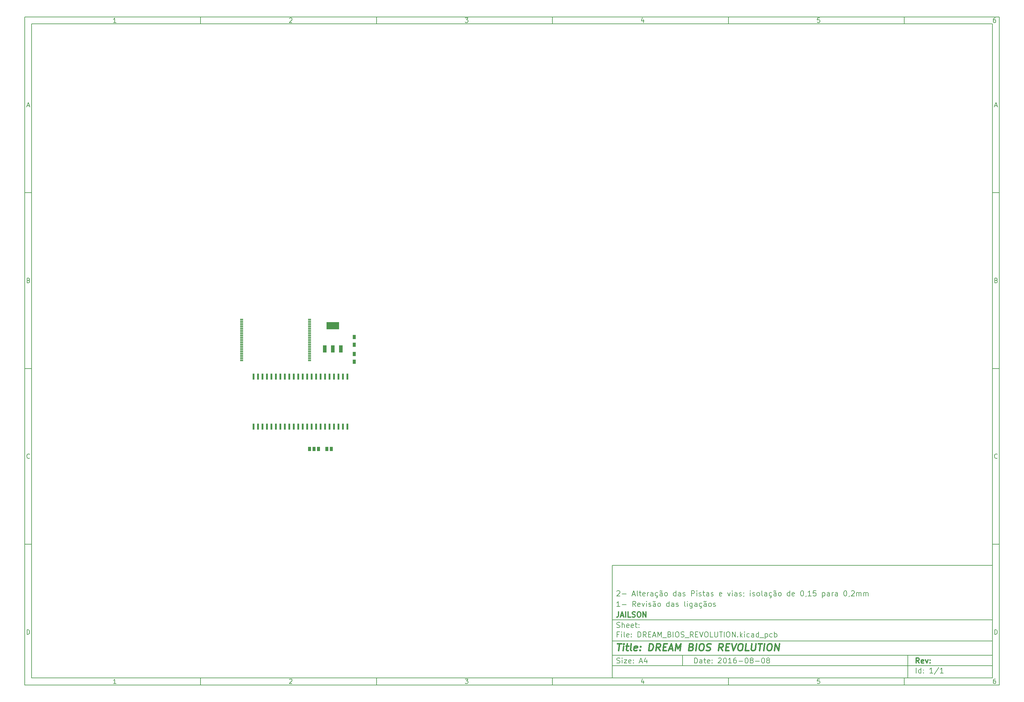
<source format=gbr>
G04 Output by CAMMaster V11.2.74  PentaLogix*
G04 Tue Aug 09 11:47:32 2016*
%FSLAX25Y25*%
%MOIN*%
%IPPOS*%
%ADD11C,0.005906*%
%ADD12C,0.011811*%
%ADD13C,0.015748*%
%ADD15R,0.019685X0.070866*%
%ADD117R,0.038X0.05*%
%ADD118R,0.035433X0.011811*%
%ADD119R,0.035433X0.047244*%
%ADD120R,0.144X0.08*%
%ADD121R,0.04X0.08*%

%LPD*%
X0Y0D2*D11*G1X1027568Y-753965D2*Y-779556D1*X775599Y-753965D2*Y-765776D1*X983136Y-687739D2*Y-684646D1*X982855Y-684083*X982292Y-683802*X981448*X980886Y-684083*X980605Y-684646*Y-687739D2*Y-684646D1*X980324Y-684083*X979761Y-683802*X978918*X978355Y-684083*X978074Y-684365*Y-687739D2*Y-683802D1*X975262Y-687739D2*Y-684646D1*X974981Y-684083*X974418Y-683802*X973574*X973012Y-684083*X972731Y-684646*Y-687739D2*Y-684646D1*X972450Y-684083*X971887Y-683802*X971044*X970481Y-684083*X970200Y-684365*Y-687739D2*Y-683802D1*X967669Y-687739D2*X964013D1*X967388Y-684365*X967669Y-683521*Y-682959*X967388Y-682396*X967107Y-682115*X966544Y-681834*X965138*X964576Y-682115*X964294Y-682396*X961482Y-688583D2*X961763Y-688302D1*X962045Y-687739*Y-687458*X957264Y-681834D2*X956702Y-682115D1*X956420Y-682396*X956139Y-682959*X955858Y-684083*Y-685490*X956139Y-686614*X956420Y-687177*X956702Y-687458*X957264Y-687739*X957826*X958389Y-687458*X958670Y-687177*X958951Y-686614*X959233Y-685490*Y-684083*X958951Y-682959*X958670Y-682396*X958389Y-682115*X957826Y-681834*X957264*X948828Y-685208D2*X948265Y-685490D1*X946859*X946297Y-685771*X946015Y-686333*Y-686896*X946297Y-687458*X946859Y-687739*X948265*X948828Y-687458*X946297Y-684083D2*X946859Y-683802D1*X947984*X948546Y-684083*X948828Y-684646*Y-687739*X944328Y-683802D2*X943766D1*X943203Y-684083*X942922Y-684365*X942641Y-684927*Y-687739D2*Y-683802D1*X939829Y-685208D2*X939266Y-685490D1*X937860*X937298Y-685771*X937017Y-686333*Y-686896*X937298Y-687458*X937860Y-687739*X939266*X939829Y-687458*X937298Y-684083D2*X937860Y-683802D1*X938985*X939547Y-684083*X939829Y-684646*Y-687739*X931955Y-687458D2*X932517Y-687739D1*X933642*X934204Y-687458*X934486Y-687177*X934767Y-686614*Y-684927*X934486Y-684365*X934204Y-684083*X933642Y-683802*X932517*X931955Y-684083*Y-683802D2*Y-689708D1*X921550Y-687177D2*X921831Y-687458D1*X922393Y-687739*X923799*X924362Y-687458*X924643Y-687177*X924924Y-686614*Y-685208*X924643Y-684646*X924362Y-684365*X923799Y-684083*X922393*X921831Y-684365*X921550Y-684646*X921831Y-681834*X924643*X915925Y-683521D2*X916488Y-683240D1*X917050Y-682677*X917613Y-681834*Y-687739*X919300D2*X915925D1*X913113Y-688583D2*X913394Y-688302D1*X913676Y-687739*Y-687458*X908895Y-681834D2*X908333Y-682115D1*X908051Y-682396*X907770Y-682959*X907489Y-684083*Y-685490*X907770Y-686614*X908051Y-687177*X908333Y-687458*X908895Y-687739*X909457*X910020Y-687458*X910301Y-687177*X910582Y-686614*X910864Y-685490*Y-684083*X910582Y-682959*X910301Y-682396*X910020Y-682115*X909457Y-681834*X908895*X897928Y-685771D2*X900740Y-685208D1*Y-684646*X900459Y-684083*X899896Y-683802*X898771*X898209Y-684083*X897928Y-684646*Y-686896*X898209Y-687458*X898771Y-687739*X899896*X900459Y-687458*X895397Y-684083D2*X894834Y-683802D1*X893709*X893147Y-684083*X892866Y-684365*X892585Y-684927*Y-686614*X892866Y-687177*X893147Y-687458*X893709Y-687739*X894834*X895397Y-687458*Y-687739D2*Y-681834D1*X883867Y-687739D2*X884711D1*X885273Y-687458*X885554Y-687177*X885835Y-686614*Y-684927*X885554Y-684365*X885273Y-684083*X884711Y-683802*X883867*X883304Y-684083*X883023Y-684365*X882742Y-684927*Y-686614*X883023Y-687177*X883304Y-687458*X883867Y-687739*X880211Y-681834D2*X879930Y-682115D1*X879367Y-682396*X878243Y-681834*X877680Y-682115*X877399Y-682396*X880211Y-685208D2*X879649Y-685490D1*X878243*X877680Y-685771*X877399Y-686333*Y-686896*X877680Y-687458*X878243Y-687739*X879649*X880211Y-687458*X877680Y-684083D2*X878243Y-683802D1*X879367*X879930Y-684083*X880211Y-684646*Y-687739*X873181Y-689708D2*X874024D1*X874587Y-689427*X874868Y-688864*X874587Y-688302*X874024Y-688020*X875149Y-684083D2*X874587Y-683802D1*X873462*X872900Y-684083*X872618Y-684365*X872337Y-684927*Y-686614*X872618Y-687177*X872900Y-687458*X873462Y-687739*X874587*X875149Y-687458*X869806Y-685208D2*X869244Y-685490D1*X867838*X867275Y-685771*X866994Y-686333*Y-686896*X867275Y-687458*X867838Y-687739*X869244*X869806Y-687458*X867275Y-684083D2*X867838Y-683802D1*X868963*X869525Y-684083*X869806Y-684646*Y-687739*X864182Y-681834D2*Y-686896D1*X864463Y-687458*X865026Y-687739*X859682D2*X860526D1*X861089Y-687458*X861370Y-687177*X861651Y-686614*Y-684927*X861370Y-684365*X861089Y-684083*X860526Y-683802*X859682*X859120Y-684083*X858839Y-684365*X858558Y-684927*Y-686614*X858839Y-687177*X859120Y-687458*X859682Y-687739*X856027Y-684083D2*X855464Y-683802D1*X854621*X854058Y-684083*X853777Y-684646*Y-684927*X854058Y-685490*X854621Y-685771*X855464*X856027Y-686052*X856308Y-686614*Y-686896*X856027Y-687458*X855464Y-687739*X854339*X853777Y-687458*X851246Y-682396D2*Y-681834D1*X851527Y-682115*X851246Y-682396*X850965Y-682115*X851246Y-681834*Y-687739D2*Y-683802D1*X843934Y-684646D2*Y-684083D1*X843653Y-684365*X843934Y-684646*X844216Y-684365*X843934Y-684083*X843653Y-688583D2*X843934Y-688302D1*X844216Y-687739*Y-687458*X841122Y-684083D2*X840560Y-683802D1*X839716*X839154Y-684083*X838873Y-684646*Y-684927*X839154Y-685490*X839716Y-685771*X840560*X841122Y-686052*X841403Y-686614*Y-686896*X841122Y-687458*X840560Y-687739*X839435*X838873Y-687458*X836342Y-685208D2*X835779Y-685490D1*X834373*X833811Y-685771*X833529Y-686333*Y-686896*X833811Y-687458*X834373Y-687739*X835779*X836342Y-687458*X833811Y-684083D2*X834373Y-683802D1*X835498*X836060Y-684083*X836342Y-684646*Y-687739*X830999Y-682396D2*Y-681834D1*X831280Y-682115*X830999Y-682396*X830717Y-682115*X830999Y-681834*Y-687739D2*Y-683802D1*X828749D2*X827343Y-687739D1*X825937Y-683802*X816657Y-685771D2*X819469Y-685208D1*Y-684646*X819188Y-684083*X818625Y-683802*X817500*X816938Y-684083*X816657Y-684646*Y-686896*X816938Y-687458*X817500Y-687739*X818625*X819188Y-687458*X809626Y-684083D2*X809064Y-683802D1*X808220*X807658Y-684083*X807376Y-684646*Y-684927*X807658Y-685490*X808220Y-685771*X809064*X809626Y-686052*X809907Y-686614*Y-686896*X809626Y-687458*X809064Y-687739*X807939*X807376Y-687458*X804846Y-685208D2*X804283Y-685490D1*X802877*X802315Y-685771*X802033Y-686333*Y-686896*X802315Y-687458*X802877Y-687739*X804283*X804846Y-687458*X802315Y-684083D2*X802877Y-683802D1*X804002*X804564Y-684083*X804846Y-684646*Y-687739*X800346D2*X799784D1*X799221Y-687458*X798940Y-686896*Y-681834*X798096Y-683802D2*X800346D1*X796128Y-684083D2*X795565Y-683802D1*X794722*X794159Y-684083*X793878Y-684646*Y-684927*X794159Y-685490*X794722Y-685771*X795565*X796128Y-686052*X796409Y-686614*Y-686896*X796128Y-687458*X795565Y-687739*X794441*X793878Y-687458*X791347Y-682396D2*Y-681834D1*X791628Y-682115*X791347Y-682396*X791066Y-682115*X791347Y-681834*Y-687739D2*Y-683802D1*X785442Y-684927D2*X787691D1*X788254Y-684646*X788535Y-684365*X788816Y-683802*Y-682959*X788535Y-682396*X788254Y-682115*X787691Y-681834*X785442*Y-687739*X778130Y-684083D2*X777568Y-683802D1*X776724*X776162Y-684083*X775880Y-684646*Y-684927*X776162Y-685490*X776724Y-685771*X777568*X778130Y-686052*X778411Y-686614*Y-686896*X778130Y-687458*X777568Y-687739*X776443*X775880Y-687458*X773349Y-685208D2*X772787Y-685490D1*X771381*X770819Y-685771*X770537Y-686333*Y-686896*X770819Y-687458*X771381Y-687739*X772787*X773349Y-687458*X770819Y-684083D2*X771381Y-683802D1*X772506*X773068Y-684083*X773349Y-684646*Y-687739*X768006Y-684083D2*X767444Y-683802D1*X766319*X765757Y-684083*X765475Y-684365*X765194Y-684927*Y-686614*X765475Y-687177*X765757Y-687458*X766319Y-687739*X767444*X768006Y-687458*Y-687739D2*Y-681834D1*X756477Y-687739D2*X757320D1*X757883Y-687458*X758164Y-687177*X758445Y-686614*Y-684927*X758164Y-684365*X757883Y-684083*X757320Y-683802*X756477*X755914Y-684083*X755633Y-684365*X755352Y-684927*Y-686614*X755633Y-687177*X755914Y-687458*X756477Y-687739*X752821Y-681834D2*X752540Y-682115D1*X751977Y-682396*X750852Y-681834*X750290Y-682115*X750009Y-682396*X752821Y-685208D2*X752258Y-685490D1*X750852*X750290Y-685771*X750009Y-686333*Y-686896*X750290Y-687458*X750852Y-687739*X752258*X752821Y-687458*X750290Y-684083D2*X750852Y-683802D1*X751977*X752540Y-684083*X752821Y-684646*Y-687739*X745790Y-689708D2*X746634D1*X747196Y-689427*X747478Y-688864*X747196Y-688302*X746634Y-688020*X747759Y-684083D2*X747196Y-683802D1*X746072*X745509Y-684083*X745228Y-684365*X744947Y-684927*Y-686614*X745228Y-687177*X745509Y-687458*X746072Y-687739*X747196*X747759Y-687458*X742416Y-685208D2*X741853Y-685490D1*X740447*X739885Y-685771*X739604Y-686333*Y-686896*X739885Y-687458*X740447Y-687739*X741853*X742416Y-687458*X739885Y-684083D2*X740447Y-683802D1*X741572*X742135Y-684083*X742416Y-684646*Y-687739*X737916Y-683802D2*X737354D1*X736792Y-684083*X736510Y-684365*X736229Y-684927*Y-687739D2*Y-683802D1*X730886Y-685771D2*X733698Y-685208D1*Y-684646*X733417Y-684083*X732855Y-683802*X731730*X731167Y-684083*X730886Y-684646*Y-686896*X731167Y-687458*X731730Y-687739*X732855*X733417Y-687458*X729199Y-687739D2*X728636D1*X728074Y-687458*X727793Y-686896*Y-681834*X726949Y-683802D2*X729199D1*X724699Y-681834D2*Y-686896D1*X724981Y-687458*X725543Y-687739*X722731D2*X720762Y-681834D1*X718794Y-687739*X719356Y-686052D2*X722168D1*X707826Y-685490D2*X712326D1*X705296Y-687739D2*X701640D1*X705014Y-684365*X705296Y-683521*Y-682959*X705014Y-682396*X704733Y-682115*X704171Y-681834*X702765*X702202Y-682115*X701921Y-682396*X812157Y-695894D2*X811595Y-695613D1*X810751*X810189Y-695894*X809907Y-696457*Y-696738*X810189Y-697301*X810751Y-697582*X811595*X812157Y-697863*X812438Y-698425*Y-698707*X812157Y-699269*X811595Y-699550*X810470*X809907Y-699269*X805689Y-699550D2*X806533D1*X807095Y-699269*X807376Y-698988*X807658Y-698425*Y-696738*X807376Y-696176*X807095Y-695894*X806533Y-695613*X805689*X805127Y-695894*X804846Y-696176*X804564Y-696738*Y-698425*X804846Y-698988*X805127Y-699269*X805689Y-699550*X802033Y-693645D2*X801752Y-693926D1*X801190Y-694207*X800065Y-693645*X799502Y-693926*X799221Y-694207*X802033Y-697019D2*X801471Y-697301D1*X800065*X799502Y-697582*X799221Y-698144*Y-698707*X799502Y-699269*X800065Y-699550*X801471*X802033Y-699269*X799502Y-695894D2*X800065Y-695613D1*X801190*X801752Y-695894*X802033Y-696457*Y-699550*X795003Y-701519D2*X795847D1*X796409Y-701238*X796690Y-700675*X796409Y-700113*X795847Y-699831*X796972Y-695894D2*X796409Y-695613D1*X795284*X794722Y-695894*X794441Y-696176*X794159Y-696738*Y-698425*X794441Y-698988*X794722Y-699269*X795284Y-699550*X796409*X796972Y-699269*X791628Y-697019D2*X791066Y-697301D1*X789660*X789098Y-697582*X788816Y-698144*Y-698707*X789098Y-699269*X789660Y-699550*X791066*X791628Y-699269*X789098Y-695894D2*X789660Y-695613D1*X790785*X791347Y-695894*X791628Y-696457*Y-699550*X786285Y-695894D2*X785723Y-695613D1*X784598*X784036Y-695894*X783754Y-696176*X783473Y-696738*Y-698425*X783754Y-698988*X784036Y-699269*X784598Y-699550*X785723*X786285Y-699269*X783754Y-701238D2*X784317Y-701519D1*X785161*X785723Y-701238*X786004Y-700956*X786285Y-700394*Y-695613*X780942Y-694207D2*Y-693645D1*X781224Y-693926*X780942Y-694207*X780661Y-693926*X780942Y-693645*Y-699550D2*Y-695613D1*X777849Y-693645D2*Y-698707D1*X778130Y-699269*X778693Y-699550*X770537Y-695894D2*X769975Y-695613D1*X769131*X768569Y-695894*X768288Y-696457*Y-696738*X768569Y-697301*X769131Y-697582*X769975*X770537Y-697863*X770819Y-698425*Y-698707*X770537Y-699269*X769975Y-699550*X768850*X768288Y-699269*X765757Y-697019D2*X765194Y-697301D1*X763788*X763226Y-697582*X762945Y-698144*Y-698707*X763226Y-699269*X763788Y-699550*X765194*X765757Y-699269*X763226Y-695894D2*X763788Y-695613D1*X764913*X765475Y-695894*X765757Y-696457*Y-699550*X760414Y-695894D2*X759851Y-695613D1*X758726*X758164Y-695894*X757883Y-696176*X757601Y-696738*Y-698425*X757883Y-698988*X758164Y-699269*X758726Y-699550*X759851*X760414Y-699269*Y-699550D2*Y-693645D1*X748884Y-699550D2*X749727D1*X750290Y-699269*X750571Y-698988*X750852Y-698425*Y-696738*X750571Y-696176*X750290Y-695894*X749727Y-695613*X748884*X748321Y-695894*X748040Y-696176*X747759Y-696738*Y-698425*X748040Y-698988*X748321Y-699269*X748884Y-699550*X745228Y-693645D2*X744947Y-693926D1*X744384Y-694207*X743259Y-693645*X742697Y-693926*X742416Y-694207*X745228Y-697019D2*X744666Y-697301D1*X743259*X742697Y-697582*X742416Y-698144*Y-698707*X742697Y-699269*X743259Y-699550*X744666*X745228Y-699269*X742697Y-695894D2*X743259Y-695613D1*X744384*X744947Y-695894*X745228Y-696457*Y-699550*X739885Y-695894D2*X739322Y-695613D1*X738479*X737916Y-695894*X737635Y-696457*Y-696738*X737916Y-697301*X738479Y-697582*X739322*X739885Y-697863*X740166Y-698425*Y-698707*X739885Y-699269*X739322Y-699550*X738198*X737635Y-699269*X735104Y-694207D2*Y-693645D1*X735385Y-693926*X735104Y-694207*X734823Y-693926*X735104Y-693645*Y-699550D2*Y-695613D1*X732855D2*X731448Y-699550D1*X730042Y-695613*X725262Y-697582D2*X728074Y-697019D1*Y-696457*X727793Y-695894*X727230Y-695613*X726105*X725543Y-695894*X725262Y-696457*Y-698707*X725543Y-699269*X726105Y-699550*X727230*X727793Y-699269*X719637Y-696738D2*X721887D1*X722450Y-696457*X722731Y-696176*X723012Y-695613*Y-694770*X722731Y-694207*X722450Y-693926*X721887Y-693645*X719637*Y-699550*X723012D2*X721044Y-696738D1*X707826Y-697301D2*X712326D1*X701921Y-695332D2*X702483Y-695051D1*X703046Y-694488*X703608Y-693645*Y-699550*X705296D2*X701921D1*X726668Y-720079D2*Y-719517D1*X726387Y-719798*X726668Y-720079*X726949Y-719798*X726668Y-719517*Y-723172D2*Y-722610D1*X726387Y-722891*X726668Y-723172*X726949Y-722891*X726668Y-722610*X724699Y-723172D2*X724137D1*X723574Y-722891*X723293Y-722329*Y-717267*X722450Y-719235D2*X724699D1*X717950Y-721204D2*X720762Y-720641D1*Y-720079*X720481Y-719517*X719919Y-719235*X718794*X718231Y-719517*X717950Y-720079*Y-722329*X718231Y-722891*X718794Y-723172*X719919*X720481Y-722891*X712888Y-721204D2*X715700Y-720641D1*Y-720079*X715419Y-719517*X714857Y-719235*X713732*X713170Y-719517*X712888Y-720079*Y-722329*X713170Y-722891*X713732Y-723172*X714857*X715419Y-722891*X707826Y-719798D2*X708108Y-719517D1*X708670Y-719235*X709514*X710076Y-719517*X710357Y-720079*Y-723172*X707826D2*Y-717267D1*X705296Y-717548D2*X704452Y-717267D1*X703046*X702483Y-717548*X702202Y-717829*X701921Y-718392*Y-718954*X702202Y-719517*X702483Y-719798*X703046Y-720079*X704171Y-720360*X704733Y-720641*X705014Y-720923*X705296Y-721485*Y-722047*X705014Y-722610*X704733Y-722891*X704171Y-723172*X702765*X701921Y-722891*X696859Y-714595D2*X1122056D1*X878243Y-733521D2*X878805Y-733802D1*X879930*X880492Y-733521*X880774Y-733240*X881055Y-732677*Y-730990*X880774Y-730428*X880492Y-730146*X879930Y-729865*X878805*X878243Y-730146*Y-733802D2*Y-727897D1*X875712Y-730146D2*X875149Y-729865D1*X874024*X873462Y-730146*X873181Y-730428*X872900Y-730990*Y-732677*X873181Y-733240*X873462Y-733521*X874024Y-733802*X875149*X875712Y-733521*X867838D2*X868400Y-733802D1*X869525*X870087Y-733521*X870369Y-733240*X870650Y-732677*Y-730990*X870369Y-730428*X870087Y-730146*X869525Y-729865*X868400*X867838Y-730146*Y-729865D2*Y-735771D1*X861932Y-734365D2*X866432D1*X860526Y-730146D2*X859964Y-729865D1*X858839*X858276Y-730146*X857995Y-730428*X857714Y-730990*Y-732677*X857995Y-733240*X858276Y-733521*X858839Y-733802*X859964*X860526Y-733521*Y-733802D2*Y-727897D1*X855183Y-731271D2*X854621Y-731553D1*X853215*X852652Y-731834*X852371Y-732396*Y-732959*X852652Y-733521*X853215Y-733802*X854621*X855183Y-733521*X852652Y-730146D2*X853215Y-729865D1*X854339*X854902Y-730146*X855183Y-730709*Y-733802*X850121Y-730146D2*X849559Y-729865D1*X848434*X847871Y-730146*X847590Y-730428*X847309Y-730990*Y-732677*X847590Y-733240*X847871Y-733521*X848434Y-733802*X849559*X850121Y-733521*X844778Y-728459D2*Y-727897D1*X845059Y-728178*X844778Y-728459*X844497Y-728178*X844778Y-727897*Y-733802D2*Y-729865D1*X842247D2*X839997Y-732115D1*X840560Y-731553D2*X842247Y-733802D1*X839997D2*Y-727897D1*X837185Y-733802D2*Y-733240D1*X836904Y-733521*X837185Y-733802*X837466Y-733521*X837185Y-733240*X834373Y-727897D2*Y-733802D1*X830999Y-727897*Y-733802*X825937Y-727897D2*X825374Y-728178D1*X824812Y-728740*X824531Y-729865*Y-731834*X824812Y-732959*X825374Y-733521*X825937Y-733802*X827062*X827624Y-733521*X828186Y-732959*X828468Y-731834*Y-729865*X828186Y-728740*X827624Y-728178*X827062Y-727897*X825937*X822000Y-733802D2*Y-727897D1*X818344Y-733802D2*Y-727897D1*X816657D2*X820031D1*X814688D2*Y-732677D1*X814407Y-733240*X814126Y-733521*X813563Y-733802*X812438*X811876Y-733521*X811595Y-733240*X811314Y-732677*Y-727897*X806533D2*Y-733802D1*X809345*X801471Y-727897D2*X800909Y-728178D1*X800346Y-728740*X800065Y-729865*Y-731834*X800346Y-732959*X800909Y-733521*X801471Y-733802*X802596*X803158Y-733521*X803721Y-732959*X804002Y-731834*Y-729865*X803721Y-728740*X803158Y-728178*X802596Y-727897*X801471*X798378D2*X796409Y-733802D1*X794441Y-727897*X792753D2*X789941D1*Y-733802*X792753*X789941Y-730709D2*X791910D1*X784036Y-730990D2*X786285D1*X786848Y-730709*X787129Y-730428*X787410Y-729865*Y-729022*X787129Y-728459*X786848Y-728178*X786285Y-727897*X784036*Y-733802*X787410D2*X785442Y-730990D1*X778130Y-734365D2*X782630D1*X777005Y-728178D2*X776162Y-727897D1*X774756*X774193Y-728178*X773912Y-728459*X773631Y-729022*Y-729584*X773912Y-730146*X774193Y-730428*X774756Y-730709*X775880Y-730990*X776443Y-731271*X776724Y-731553*X777005Y-732115*Y-732677*X776724Y-733240*X776443Y-733521*X775880Y-733802*X774474*X773631Y-733521*X768850Y-727897D2*X768288Y-728178D1*X767725Y-728740*X767444Y-729865*Y-731834*X767725Y-732959*X768288Y-733521*X768850Y-733802*X769975*X770537Y-733521*X771100Y-732959*X771381Y-731834*Y-729865*X771100Y-728740*X770537Y-728178*X769975Y-727897*X768850*X764913Y-733802D2*Y-727897D1*X759008Y-730709D2*X760976D1*X761538Y-730428*X761820Y-730146*X762101Y-729584*Y-729022*X761820Y-728459*X761538Y-728178*X760976Y-727897*X759008*Y-733802*X761257*X761820Y-733521*X762101Y-733240*X762382Y-732677*Y-731834*X762101Y-731271*X761820Y-730990*X760976Y-730709*X753102Y-734365D2*X757601D1*X751696Y-733802D2*Y-727897D1*X749727Y-732115*X747759Y-727897*Y-733802*X745790D2*X743822Y-727897D1*X741853Y-733802*X742416Y-732115D2*X745228D1*X740166Y-727897D2*X737354D1*Y-733802*X740166*X737354Y-730709D2*X739322D1*X731448Y-730990D2*X733698D1*X734261Y-730709*X734542Y-730428*X734823Y-729865*Y-729022*X734542Y-728459*X734261Y-728178*X733698Y-727897*X731448*Y-733802*X734823D2*X732855Y-730990D1*X725543Y-733802D2*X726949D1*X727793Y-733521*X728355Y-732959*X728636Y-732396*X728918Y-731271*Y-730428*X728636Y-729303*X728355Y-728740*X727793Y-728178*X726949Y-727897*X725543*Y-733802*X718231Y-730709D2*Y-730146D1*X717950Y-730428*X718231Y-730709*X718513Y-730428*X718231Y-730146*Y-733802D2*Y-733240D1*X717950Y-733521*X718231Y-733802*X718513Y-733521*X718231Y-733240*X712888Y-731834D2*X715700Y-731271D1*Y-730709*X715419Y-730146*X714857Y-729865*X713732*X713170Y-730146*X712888Y-730709*Y-732959*X713170Y-733521*X713732Y-733802*X714857*X715419Y-733521*X710076Y-727897D2*Y-732959D1*X710357Y-733521*X710920Y-733802*X707264Y-728459D2*Y-727897D1*X707545Y-728178*X707264Y-728459*X706983Y-728178*X707264Y-727897*Y-733802D2*Y-729865D1*X705014Y-727897D2*X702202D1*Y-733802*X704171Y-730709D2*X702202D1*X696859Y-738217D2*X1122056D1*X1063844Y-769741D2*X1064407Y-769460D1*X1064969Y-768898*X1065532Y-768054*Y-773960*X1067219D2*X1063844D1*X1062157Y-767773D2*X1057095Y-775366D1*X1052033Y-769741D2*X1052596Y-769460D1*X1053158Y-768898*X1053721Y-768054*Y-773960*X1055408D2*X1052033D1*X1045003Y-770866D2*Y-770304D1*X1044722Y-770585*X1045003Y-770866*X1045284Y-770585*X1045003Y-770304*Y-773960D2*Y-773397D1*X1044722Y-773679*X1045003Y-773960*X1045284Y-773679*X1045003Y-773397*X1042191Y-770304D2*X1041628Y-770023D1*X1040504*X1039941Y-770304*X1039660Y-770585*X1039379Y-771148*Y-772835*X1039660Y-773397*X1039941Y-773679*X1040504Y-773960*X1041628*X1042191Y-773679*Y-773960D2*Y-768054D1*X1036848Y-773960D2*Y-768054D1*X736229Y-760968D2*X732573D1*X733979Y-756749*X735385Y-758999D2*Y-762936D1*X730886D2*X728918Y-757031D1*X726949Y-762936*X727511Y-761249D2*X730324D1*X720481Y-759843D2*Y-759280D1*X720200Y-759562*X720481Y-759843*X720762Y-759562*X720481Y-759280*Y-762936D2*Y-762374D1*X720200Y-762655*X720481Y-762936*X720762Y-762655*X720481Y-762374*X715138Y-760968D2*X717950Y-760405D1*Y-759843*X717669Y-759280*X717107Y-758999*X715982*X715419Y-759280*X715138Y-759843*Y-762092*X715419Y-762655*X715982Y-762936*X717107*X717669Y-762655*X713170Y-762936D2*X710076D1*X713170Y-758999*X710076*X707826Y-757593D2*Y-757031D1*X708108Y-757312*X707826Y-757593*X707545Y-757312*X707826Y-757031*Y-762936D2*Y-758999D1*X705296Y-757312D2*X704452Y-757031D1*X703046*X702483Y-757312*X702202Y-757593*X701921Y-758155*Y-758718*X702202Y-759280*X702483Y-759562*X703046Y-759843*X704171Y-760124*X704733Y-760405*X705014Y-760686*X705296Y-761249*Y-761811*X705014Y-762374*X704733Y-762655*X704171Y-762936*X702765*X701921Y-762655*X696859Y-753965D2*X1122056D1*X696859Y-765776D2*X1122056D1*X871775Y-759562D2*X872337Y-759843D1*X872618Y-760124*X872900Y-760686*Y-761811*X872618Y-762374*X872337Y-762655*X871775Y-762936*X870650*X870087Y-762655*X869806Y-762374*X869525Y-761811*Y-760686*X869806Y-760124*X870087Y-759843*X870650Y-759562*X871775*X872337Y-759280*X872618Y-758999*X872900Y-758437*Y-758155*X872618Y-757593*X872337Y-757312*X871775Y-757031*X870650*X870087Y-757312*X869806Y-757593*X869525Y-758155*Y-758437*X869806Y-758999*X870087Y-759280*X870650Y-759562*X865307Y-757031D2*X864744Y-757312D1*X864463Y-757593*X864182Y-758155*X863901Y-759280*Y-760686*X864182Y-761811*X864463Y-762374*X864744Y-762655*X865307Y-762936*X865869*X866432Y-762655*X866713Y-762374*X866994Y-761811*X867275Y-760686*Y-759280*X866994Y-758155*X866713Y-757593*X866432Y-757312*X865869Y-757031*X865307*X856870Y-760686D2*X861370D1*X853214Y-759562D2*X853777Y-759843D1*X854058Y-760124*X854339Y-760686*Y-761811*X854058Y-762374*X853777Y-762655*X853214Y-762936*X852090*X851527Y-762655*X851246Y-762374*X850965Y-761811*Y-760686*X851246Y-760124*X851527Y-759843*X852090Y-759562*X853214*X853777Y-759280*X854058Y-758999*X854339Y-758437*Y-758155*X854058Y-757593*X853777Y-757312*X853214Y-757031*X852090*X851527Y-757312*X851246Y-757593*X850965Y-758155*Y-758437*X851246Y-758999*X851527Y-759280*X852090Y-759562*X846747Y-757031D2*X846184Y-757312D1*X845903Y-757593*X845622Y-758155*X845340Y-759280*Y-760686*X845622Y-761811*X845903Y-762374*X846184Y-762655*X846747Y-762936*X847309*X847871Y-762655*X848153Y-762374*X848434Y-761811*X848715Y-760686*Y-759280*X848434Y-758155*X848153Y-757593*X847871Y-757312*X847309Y-757031*X846747*X838310Y-760686D2*X842810D1*X832405Y-760405D2*X832686Y-759843D1*X832967Y-759562*X833529Y-759280*X834654*X835217Y-759562*X835498Y-759843*X835779Y-760405*Y-761811*X835498Y-762374*X835217Y-762655*X834654Y-762936*X833529*X832967Y-762655*X832686Y-762374*X832405Y-761811*Y-759562*X832686Y-758437*X833248Y-757593*X833529Y-757312*X834092Y-757031*X835217*X826780Y-758718D2*X827343Y-758437D1*X827905Y-757874*X828468Y-757031*Y-762936*X830155D2*X826780D1*X822562Y-757031D2*X822000Y-757312D1*X821718Y-757593*X821437Y-758155*X821156Y-759280*Y-760686*X821437Y-761811*X821718Y-762374*X822000Y-762655*X822562Y-762936*X823125*X823687Y-762655*X823968Y-762374*X824249Y-761811*X824531Y-760686*Y-759280*X824249Y-758155*X823968Y-757593*X823687Y-757312*X823125Y-757031*X822562*X818906Y-762936D2*X815251D1*X818625Y-759562*X818906Y-758718*Y-758155*X818625Y-757593*X818344Y-757312*X817781Y-757031*X816375*X815813Y-757312*X815532Y-757593*X808501Y-759843D2*Y-759280D1*X808220Y-759562*X808501Y-759843*X808783Y-759562*X808501Y-759280*Y-762936D2*Y-762374D1*X808220Y-762655*X808501Y-762936*X808783Y-762655*X808501Y-762374*X803158Y-760968D2*X805970Y-760405D1*Y-759843*X805689Y-759280*X805127Y-758999*X804002*X803439Y-759280*X803158Y-759843*Y-762092*X803439Y-762655*X804002Y-762936*X805127*X805689Y-762655*X801471Y-762936D2*X800909D1*X800346Y-762655*X800065Y-762092*Y-757031*X799221Y-758999D2*X801471D1*X797253Y-760405D2*X796690Y-760686D1*X795284*X794722Y-760968*X794441Y-761530*Y-762092*X794722Y-762655*X795284Y-762936*X796690*X797253Y-762655*X794722Y-759280D2*X795284Y-758999D1*X796409*X796972Y-759280*X797253Y-759843*Y-762936*X788816D2*X790222D1*X791066Y-762655*X791628Y-762092*X791910Y-761530*X792191Y-760405*Y-759562*X791910Y-758437*X791628Y-757874*X791066Y-757312*X790222Y-757031*X788816*Y-762936*X1124652Y-730662D2*X1125871D1*X1126602Y-730418*X1127090Y-729931*X1127333Y-729443*X1127577Y-728468*Y-727737*X1127333Y-726762*X1127090Y-726275*X1126602Y-725787*X1125871Y-725544*X1124652*Y-730662*X1127577Y-529181D2*X1127333Y-528937D1*X1126602Y-528693*X1126115*X1125384Y-528937*X1124896Y-529424*X1124652Y-529912*X1124409Y-530887*Y-531618*X1124652Y-532593*X1124896Y-533080*X1125384Y-533568*X1126115Y-533811*X1126602*X1127333Y-533568*X1127577Y-533324*X1124652Y-334280D2*X1126359D1*X1126846Y-334036*X1127090Y-333793*X1127333Y-333305*Y-332818*X1127090Y-332330*X1126846Y-332087*X1126359Y-331843*X1124652*Y-336961*X1126602*X1127090Y-336717*X1127333Y-336474*X1127577Y-335986*Y-335255*X1127333Y-334768*X1127090Y-334524*X1126359Y-334280*X1127699Y-140111D2*X1125993Y-134993D1*X1124287Y-140111*X1124774Y-138648D2*X1127211D1*X1129930Y-629921D2*X1122056D1*X1129930Y-433071D2*X1122056D1*X1129930Y-236220D2*X1122056D1*X41967Y-730662D2*X43185D1*X43916Y-730418*X44404Y-729931*X44648Y-729443*X44891Y-728468*Y-727737*X44648Y-726762*X44404Y-726275*X43916Y-725787*X43185Y-725544*X41967*Y-730662*X44891Y-529181D2*X44648Y-528937D1*X43916Y-528693*X43429*X42698Y-528937*X42210Y-529424*X41967Y-529912*X41723Y-530887*Y-531618*X41967Y-532593*X42210Y-533080*X42698Y-533568*X43429Y-533811*X43916*X44648Y-533568*X44891Y-533324*X41967Y-334280D2*X43673D1*X44160Y-334036*X44404Y-333793*X44648Y-333305*Y-332818*X44404Y-332330*X44160Y-332087*X43673Y-331843*X41967*Y-336961*X43916*X44404Y-336717*X44648Y-336474*X44891Y-335986*Y-335255*X44648Y-334768*X44404Y-334524*X43673Y-334280*X45013Y-140111D2*X43307Y-134993D1*X41601Y-140111*X42089Y-138648D2*X44526D1*X39370Y-629921D2*X47244D1*X39370Y-433071D2*X47244D1*X39370Y-236220D2*X47244D1*X1123022Y-783615D2*X1123266Y-783127D1*X1123510Y-782884*X1123997Y-782640*X1124972*X1125459Y-782884*X1125703Y-783127*X1125947Y-783615*Y-784833*X1125703Y-785321*X1125459Y-785565*X1124972Y-785808*X1123997*X1123510Y-785565*X1123266Y-785321*X1123022Y-784833*Y-782884*X1123266Y-781909*X1123753Y-781178*X1123997Y-780934*X1124484Y-780690*X1125459*X926172Y-785321D2*X926415Y-785565D1*X926903Y-785808*X928121*X928609Y-785565*X928853Y-785321*X929096Y-784833*Y-783615*X928853Y-783127*X928609Y-782884*X928121Y-782640*X926903*X926415Y-782884*X926172Y-783127*X926415Y-780690*X928853*X732490Y-784102D2*X729321D1*X730540Y-780446*X731759Y-782396D2*Y-785808D1*X532227Y-785321D2*X532471Y-785565D1*X532958Y-785808*X534421*X534908Y-785565*X535152Y-785321*X535396Y-784833*Y-783615*X535152Y-783127*X534908Y-782884*X534421Y-782640*X533690*X535396Y-780690*X532227*X338545Y-785808D2*X335377D1*X338301Y-782884*X338545Y-782152*Y-781665*X338301Y-781178*X338058Y-780934*X337570Y-780690*X336352*X335864Y-780934*X335621Y-781178*X138770Y-782152D2*X139258Y-781909D1*X139745Y-781421*X140232Y-780690*Y-785808*X141695D2*X138770D1*X1023622Y-779556D2*Y-787430D1*X826772Y-779556D2*Y-787430D1*X629921Y-779556D2*Y-787430D1*X433071Y-779556D2*Y-787430D1*X236220Y-779556D2*Y-787430D1*X1123022Y-43429D2*X1123266Y-42941D1*X1123510Y-42698*X1123997Y-42454*X1124972*X1125459Y-42698*X1125703Y-42941*X1125947Y-43429*Y-44648*X1125703Y-45135*X1125459Y-45379*X1124972Y-45622*X1123997*X1123510Y-45379*X1123266Y-45135*X1123022Y-44648*Y-42698*X1123266Y-41723*X1123753Y-40992*X1123997Y-40748*X1124484Y-40504*X1125459*X926172Y-45135D2*X926415Y-45379D1*X926903Y-45622*X928121*X928609Y-45379*X928853Y-45135*X929096Y-44648*Y-43429*X928853Y-42941*X928609Y-42698*X928121Y-42454*X926903*X926415Y-42698*X926172Y-42941*X926415Y-40504*X928853*X732490Y-43916D2*X729321D1*X730540Y-40261*X731759Y-42210D2*Y-45622D1*X532227Y-45135D2*X532471Y-45379D1*X532958Y-45622*X534421*X534908Y-45379*X535152Y-45135*X535396Y-44648*Y-43429*X535152Y-42941*X534908Y-42698*X534421Y-42454*X533690*X535396Y-40504*X532227*X338545Y-45622D2*X335377D1*X338301Y-42698*X338545Y-41967*Y-41479*X338301Y-40992*X338058Y-40748*X337570Y-40504*X336352*X335864Y-40748*X335621Y-40992*X138770Y-41967D2*X139258Y-41723D1*X139745Y-41235*X140232Y-40504*Y-45622*X141695D2*X138770D1*X1023622Y-47244D2*Y-39370D1*X826772Y-47244D2*Y-39370D1*X629921Y-47244D2*Y-39370D1*X433071Y-47244D2*Y-39370D1*X236220Y-47244D2*Y-39370D1*X47244Y-47244D2*X1122056D1*Y-779556*X47244*Y-47244*X39370Y-39370D2*X1129930D1*Y-787430*X39370*Y-39370*X696859Y-653572D2*X1122056D1*Y-779556*X696859*Y-653572*D12*X734542Y-705456D2*Y-711361D1*X731167Y-705456*Y-711361*X726105Y-705456D2*X725543Y-705737D1*X724981Y-706299*X724699Y-707424*Y-709393*X724981Y-710518*X725543Y-711080*X726105Y-711361*X727230*X727793Y-711080*X728355Y-710518*X728636Y-709393*Y-707424*X728355Y-706299*X727793Y-705737*X727230Y-705456*X726105*X722450Y-705737D2*X721606Y-705456D1*X720200*X719637Y-705737*X719356Y-706018*X719075Y-706581*Y-707143*X719356Y-707706*X719637Y-707987*X720200Y-708268*X721325Y-708549*X721887Y-708830*X722168Y-709112*X722450Y-709674*Y-710236*X722168Y-710799*X721887Y-711080*X721325Y-711361*X719919*X719075Y-711080*X714576Y-705456D2*Y-711361D1*X717388*X711763D2*Y-705456D1*X709795Y-711361D2*X707826Y-705456D1*X705858Y-711361*X706420Y-709674D2*X709233D1*X701640Y-711361D2*X702202D1*X703046Y-711080*X703608Y-710518*X703889Y-709674*Y-705456*X1052315Y-759843D2*Y-759280D1*X1052033Y-759562*X1052315Y-759843*X1052596Y-759562*X1052315Y-759280*Y-762936D2*Y-762374D1*X1052033Y-762655*X1052315Y-762936*X1052596Y-762655*X1052315Y-762374*X1050065Y-758999D2*X1048659Y-762936D1*X1047253Y-758999*X1042472Y-760968D2*X1045284Y-760405D1*Y-759843*X1045003Y-759280*X1044441Y-758999*X1043316*X1042753Y-759280*X1042472Y-759843*Y-762092*X1042753Y-762655*X1043316Y-762936*X1044441*X1045003Y-762655*X1036848Y-760124D2*X1039098D1*X1039660Y-759843*X1039941Y-759562*X1040222Y-758999*Y-758155*X1039941Y-757593*X1039660Y-757312*X1039098Y-757031*X1036848*Y-762936*X1040222D2*X1038254Y-760124D1*D13*X883679Y-740992D2*X882695Y-748866D1*X879180Y-740992*X878196Y-748866*X872431Y-740992D2*X871634Y-741367D1*X870790Y-742117*X870228Y-743617*X869900Y-746241*X870087Y-747741*X870744Y-748491*X871447Y-748866*X872946*X873743Y-748491*X874587Y-747741*X875149Y-746241*X875477Y-743617*X875290Y-742117*X874634Y-741367*X873931Y-740992*X872431*X866197Y-748866D2*X867182Y-740992D1*X861323Y-748866D2*X862307Y-740992D1*X860057D2*X864557D1*X857433D2*X856636Y-747366D1*X856167Y-748116*X855745Y-748491*X854949Y-748866*X853449*X852746Y-748491*X852418Y-748116*X852137Y-747366*X852933Y-740992*X846559D2*X845575Y-748866D1*X849324*X839810Y-740992D2*X839013Y-741367D1*X838170Y-742117*X837607Y-743617*X837279Y-746241*X837466Y-747741*X838123Y-748491*X838826Y-748866*X840326*X841122Y-748491*X841966Y-747741*X842528Y-746241*X842856Y-743617*X842669Y-742117*X842013Y-741367*X841310Y-740992*X839810*X835685D2*X832077Y-748866D1*X830436Y-740992*X828186D2*X824437D1*X823453Y-748866*X827202*X823968Y-744741D2*X826593D1*X816047Y-745116D2*X819047D1*X819844Y-744741*X820266Y-744367*X820734Y-743617*X820875Y-742492*X820594Y-741742*X820266Y-741367*X819562Y-740992*X816563*X815579Y-748866*X820078D2*X817922Y-745116D1*X807142Y-741367D2*X806064Y-740992D1*X804189*X803393Y-741367*X802971Y-741742*X802502Y-742492*X802408Y-743242*X802690Y-743992*X803018Y-744367*X803721Y-744741*X805174Y-745116*X805877Y-745491*X806205Y-745866*X806486Y-746616*X806392Y-747366*X805924Y-748116*X805502Y-748491*X804705Y-748866*X802830*X801752Y-748491*X796315Y-740992D2*X795519Y-741367D1*X794675Y-742117*X794113Y-743617*X793784Y-746241*X793972Y-747741*X794628Y-748491*X795331Y-748866*X796831*X797628Y-748491*X798471Y-747741*X799034Y-746241*X799362Y-743617*X799174Y-742117*X798518Y-741367*X797815Y-740992*X796315*X790082Y-748866D2*X791066Y-740992D1*X782723Y-744741D2*X785348D1*X786145Y-744367*X786567Y-743992*X787035Y-743242*X787129Y-742492*X786848Y-741742*X786520Y-741367*X785817Y-740992*X783192*X782208Y-748866*X785207*X786004Y-748491*X786426Y-748116*X786895Y-747366*X787035Y-746241*X786754Y-745491*X786426Y-745116*X785348Y-744741*X772459Y-748866D2*X773443Y-740992D1*X770116Y-746616*X768194Y-740992*X767210Y-748866*X764585D2*X762945Y-740992D1*X759336Y-748866*X760367Y-746616D2*X764116D1*X758070Y-740992D2*X754321D1*X753336Y-748866*X757086*X753852Y-744741D2*X756477D1*X745931Y-745116D2*X748931D1*X749727Y-744741*X750149Y-744367*X750618Y-743617*X750759Y-742492*X750477Y-741742*X750149Y-741367*X749446Y-740992*X746447*X745462Y-748866*X749962D2*X747806Y-745116D1*X737588Y-748866D2*X739463D1*X740635Y-748491*X741478Y-747741*X741947Y-746991*X742510Y-745491*X742650Y-744367*X742463Y-742867*X742182Y-742117*X741525Y-741367*X740447Y-740992*X738573*X737588Y-748866*X728355Y-744741D2*X728449Y-743992D1*X728027Y-744367*X728355Y-744741*X728777Y-744367*X728449Y-743992*X727840Y-748866D2*X727933Y-748116D1*X727511Y-748491*X727840Y-748866*X728261Y-748491*X727933Y-748116*X721044Y-746241D2*X724887Y-745491D1*X724981Y-744741*X724699Y-743992*X723996Y-743617*X722496*X721700Y-743992*X721231Y-744741*X720856Y-747741*X721137Y-748491*X721840Y-748866*X723340*X724137Y-748491*X717950Y-740992D2*X717107Y-747741D1*X717388Y-748491*X718091Y-748866*X714341D2*X713591D1*X712888Y-748491*X712607Y-747741*X713451Y-740992*X711998Y-743617D2*X714997D1*X709607Y-741742D2*X709701Y-740992D1*X710029Y-741367*X709607Y-741742*X709279Y-741367*X709701Y-740992*X708717Y-748866D2*X709373Y-743617D1*X703843Y-748866D2*X704827Y-740992D1*X702577D2*X707077D1*D15*X295500Y-442000D3*X300500D3*X305500D3*X310500D3*X315500D3*X320500D3*X325500D3*X330500D3*X335500D3*X340500D3*X345500D3*X350500D3*X355500D3*X360500D3*X365500D3*X370500D3*X375500D3*X380500D3*X385500D3*X390500D3*X395500D3*X400500D3*Y-498000D3*X395500D3*X390500D3*X385500D3*X380500D3*X375500D3*X370500D3*X365500D3*X360500D3*X355500D3*X350500D3*X345500D3*X340500D3*X335500D3*X330500D3*X325500D3*X320500D3*X315500D3*X310500D3*X305500D3*X300500D3*X295500D3*D117*X382500Y-523000D3*X377500D3*X368000D3*X363000D3*X358000D3*D118*X358000Y-378000D3*Y-380000D3*Y-382000D3*Y-384000D3*Y-386000D3*Y-388000D3*Y-390000D3*Y-392000D3*Y-394000D3*Y-396000D3*Y-398000D3*Y-400000D3*Y-402000D3*Y-404000D3*Y-406000D3*Y-408000D3*Y-410000D3*Y-412000D3*Y-414000D3*Y-416000D3*Y-418000D3*Y-420000D3*Y-422000D3*Y-424000D3*X282000D3*Y-422000D3*Y-420000D3*Y-418000D3*Y-416000D3*Y-414000D3*Y-412000D3*Y-410000D3*Y-408000D3*Y-406000D3*Y-404000D3*Y-402000D3*Y-400000D3*Y-398000D3*Y-396000D3*Y-394000D3*Y-392000D3*Y-390000D3*Y-388000D3*Y-386000D3*Y-384000D3*Y-382000D3*Y-380000D3*Y-378000D3*D119*X408000Y-425331D3*Y-416669D3*Y-406331D3*Y-397669D3*D120*X384000Y-385000D3*D121*X375000Y-411000D3*X393000D3*X384000D3*X0Y0D2*M02*
</source>
